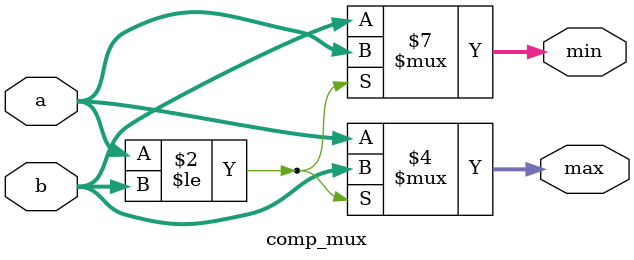
<source format=v>
module comp_mux(input[3:0] a, b,
		output reg[3:0] min, max);
				  
				  
always @(*)
	if(a <= b) begin min = a; max = b; end
	else begin min = b; max = a; end

endmodule

</source>
